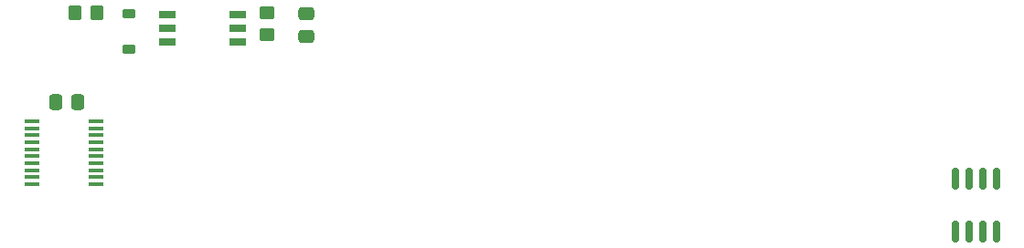
<source format=gtp>
G04 #@! TF.GenerationSoftware,KiCad,Pcbnew,8.0.2*
G04 #@! TF.CreationDate,2024-10-15T19:34:27+09:00*
G04 #@! TF.ProjectId,mainBorad,6d61696e-426f-4726-9164-2e6b69636164,rev?*
G04 #@! TF.SameCoordinates,Original*
G04 #@! TF.FileFunction,Paste,Top*
G04 #@! TF.FilePolarity,Positive*
%FSLAX46Y46*%
G04 Gerber Fmt 4.6, Leading zero omitted, Abs format (unit mm)*
G04 Created by KiCad (PCBNEW 8.0.2) date 2024-10-15 19:34:27*
%MOMM*%
%LPD*%
G01*
G04 APERTURE LIST*
G04 Aperture macros list*
%AMRoundRect*
0 Rectangle with rounded corners*
0 $1 Rounding radius*
0 $2 $3 $4 $5 $6 $7 $8 $9 X,Y pos of 4 corners*
0 Add a 4 corners polygon primitive as box body*
4,1,4,$2,$3,$4,$5,$6,$7,$8,$9,$2,$3,0*
0 Add four circle primitives for the rounded corners*
1,1,$1+$1,$2,$3*
1,1,$1+$1,$4,$5*
1,1,$1+$1,$6,$7*
1,1,$1+$1,$8,$9*
0 Add four rect primitives between the rounded corners*
20,1,$1+$1,$2,$3,$4,$5,0*
20,1,$1+$1,$4,$5,$6,$7,0*
20,1,$1+$1,$6,$7,$8,$9,0*
20,1,$1+$1,$8,$9,$2,$3,0*%
G04 Aperture macros list end*
%ADD10RoundRect,0.225000X-0.375000X0.225000X-0.375000X-0.225000X0.375000X-0.225000X0.375000X0.225000X0*%
%ADD11RoundRect,0.150000X0.150000X-0.825000X0.150000X0.825000X-0.150000X0.825000X-0.150000X-0.825000X0*%
%ADD12RoundRect,0.250000X0.337500X0.475000X-0.337500X0.475000X-0.337500X-0.475000X0.337500X-0.475000X0*%
%ADD13RoundRect,0.250000X-0.475000X0.337500X-0.475000X-0.337500X0.475000X-0.337500X0.475000X0.337500X0*%
%ADD14R,1.475000X0.450000*%
%ADD15RoundRect,0.250000X-0.450000X0.350000X-0.450000X-0.350000X0.450000X-0.350000X0.450000X0.350000X0*%
%ADD16R,1.650000X0.700000*%
%ADD17RoundRect,0.250000X-0.350000X-0.450000X0.350000X-0.450000X0.350000X0.450000X-0.350000X0.450000X0*%
G04 APERTURE END LIST*
D10*
X37005000Y-43087500D03*
X37005000Y-46387500D03*
D11*
X113556000Y-63320000D03*
X114826000Y-63320000D03*
X116096000Y-63320000D03*
X117366000Y-63320000D03*
X117366000Y-58370000D03*
X116096000Y-58370000D03*
X114826000Y-58370000D03*
X113556000Y-58370000D03*
D12*
X32275500Y-51275000D03*
X30200500Y-51275000D03*
D13*
X53405000Y-43100000D03*
X53405000Y-45175000D03*
D14*
X28062000Y-53075000D03*
X28062000Y-53725000D03*
X28062000Y-54375000D03*
X28062000Y-55025000D03*
X28062000Y-55675000D03*
X28062000Y-56325000D03*
X28062000Y-56975000D03*
X28062000Y-57625000D03*
X28062000Y-58275000D03*
X28062000Y-58925000D03*
X33938000Y-58925000D03*
X33938000Y-58275000D03*
X33938000Y-57625000D03*
X33938000Y-56975000D03*
X33938000Y-56325000D03*
X33938000Y-55675000D03*
X33938000Y-55025000D03*
X33938000Y-54375000D03*
X33938000Y-53725000D03*
X33938000Y-53075000D03*
D15*
X49805000Y-43037500D03*
X49805000Y-45037500D03*
D16*
X40555000Y-43167500D03*
X40555000Y-44437500D03*
X40555000Y-45707500D03*
X47055000Y-45707500D03*
X47055000Y-44437500D03*
X47055000Y-43167500D03*
D17*
X32005000Y-43037500D03*
X34005000Y-43037500D03*
M02*

</source>
